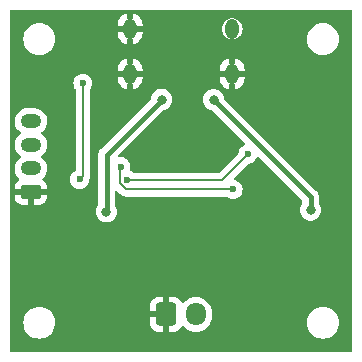
<source format=gbr>
%TF.GenerationSoftware,KiCad,Pcbnew,7.0.11-2.fc38*%
%TF.CreationDate,2024-03-11T20:51:48+00:00*%
%TF.ProjectId,tonie-charger-pd,746f6e69-652d-4636-9861-726765722d70,rev?*%
%TF.SameCoordinates,Original*%
%TF.FileFunction,Copper,L2,Bot*%
%TF.FilePolarity,Positive*%
%FSLAX46Y46*%
G04 Gerber Fmt 4.6, Leading zero omitted, Abs format (unit mm)*
G04 Created by KiCad (PCBNEW 7.0.11-2.fc38) date 2024-03-11 20:51:48*
%MOMM*%
%LPD*%
G01*
G04 APERTURE LIST*
G04 Aperture macros list*
%AMRoundRect*
0 Rectangle with rounded corners*
0 $1 Rounding radius*
0 $2 $3 $4 $5 $6 $7 $8 $9 X,Y pos of 4 corners*
0 Add a 4 corners polygon primitive as box body*
4,1,4,$2,$3,$4,$5,$6,$7,$8,$9,$2,$3,0*
0 Add four circle primitives for the rounded corners*
1,1,$1+$1,$2,$3*
1,1,$1+$1,$4,$5*
1,1,$1+$1,$6,$7*
1,1,$1+$1,$8,$9*
0 Add four rect primitives between the rounded corners*
20,1,$1+$1,$2,$3,$4,$5,0*
20,1,$1+$1,$4,$5,$6,$7,0*
20,1,$1+$1,$6,$7,$8,$9,0*
20,1,$1+$1,$8,$9,$2,$3,0*%
G04 Aperture macros list end*
%TA.AperFunction,ComponentPad*%
%ADD10O,1.117600X1.701800*%
%TD*%
%TA.AperFunction,ComponentPad*%
%ADD11C,0.762000*%
%TD*%
%TA.AperFunction,ComponentPad*%
%ADD12RoundRect,0.250000X-0.600000X-0.725000X0.600000X-0.725000X0.600000X0.725000X-0.600000X0.725000X0*%
%TD*%
%TA.AperFunction,ComponentPad*%
%ADD13O,1.700000X1.950000*%
%TD*%
%TA.AperFunction,ComponentPad*%
%ADD14RoundRect,0.250000X0.625000X-0.350000X0.625000X0.350000X-0.625000X0.350000X-0.625000X-0.350000X0*%
%TD*%
%TA.AperFunction,ComponentPad*%
%ADD15O,1.750000X1.200000*%
%TD*%
%TA.AperFunction,ViaPad*%
%ADD16C,0.600000*%
%TD*%
%TA.AperFunction,ViaPad*%
%ADD17C,0.800000*%
%TD*%
%TA.AperFunction,Conductor*%
%ADD18C,0.400000*%
%TD*%
%TA.AperFunction,Conductor*%
%ADD19C,0.200000*%
%TD*%
G04 APERTURE END LIST*
D10*
%TO.P,J1,10,PAD*%
%TO.N,GND*%
X110679998Y-102119994D03*
%TO.P,J1,9,PAD*%
X110679998Y-105920000D03*
%TO.P,J1,7,PAD*%
X119320002Y-105920000D03*
%TO.P,J1,8,PAD*%
%TO.N,unconnected-(J1-PAD-Pad8)*%
X119320002Y-102119994D03*
D11*
%TO.P,J1,13*%
%TO.N,N/C*%
X119320002Y-102119994D03*
%TD*%
D12*
%TO.P,J3,1,Pin_1*%
%TO.N,GND*%
X113750000Y-126290000D03*
D13*
%TO.P,J3,2,Pin_2*%
%TO.N,/VSINK*%
X116250000Y-126290000D03*
%TD*%
D14*
%TO.P,J2,1,Pin_1*%
%TO.N,GND*%
X102290000Y-115940000D03*
D15*
%TO.P,J2,2,Pin_2*%
%TO.N,VDD*%
X102290000Y-113940000D03*
%TO.P,J2,3,Pin_3*%
%TO.N,/SDA*%
X102290000Y-111940000D03*
%TO.P,J2,4,Pin_4*%
%TO.N,/SCL*%
X102290000Y-109940000D03*
%TD*%
D16*
%TO.N,GND*%
X110440000Y-117000000D03*
X105400000Y-121220000D03*
X104530000Y-121220000D03*
X103630000Y-121220000D03*
D17*
%TO.N,VBUS*%
X125960000Y-117470000D03*
D16*
%TO.N,Net-(IC1-DISCH)*%
X109910000Y-113800000D03*
X119410000Y-115720000D03*
%TO.N,GND*%
X110790000Y-113130000D03*
X111610000Y-113900000D03*
X111650000Y-112310000D03*
D17*
%TO.N,VBUS*%
X108670000Y-117610000D03*
X113360000Y-108110000D03*
D16*
%TO.N,GND*%
X124120000Y-107320000D03*
%TO.N,VDD*%
X110390000Y-114900000D03*
X106410000Y-114870000D03*
X106690000Y-106740000D03*
D17*
%TO.N,VBUS*%
X117750000Y-108120000D03*
D16*
%TO.N,VDD*%
X120650000Y-112730000D03*
%TD*%
D18*
%TO.N,VBUS*%
X125960000Y-117470000D02*
X125960000Y-116330000D01*
X125960000Y-116330000D02*
X117750000Y-108120000D01*
D19*
%TO.N,Net-(IC1-DISCH)*%
X109910000Y-113800000D02*
X109790000Y-113920000D01*
X109790000Y-113920000D02*
X109790000Y-115180000D01*
X110330000Y-115720000D02*
X119410000Y-115720000D01*
X109790000Y-115180000D02*
X110330000Y-115720000D01*
%TO.N,VDD*%
X110390000Y-114900000D02*
X118480000Y-114900000D01*
X118480000Y-114900000D02*
X120650000Y-112730000D01*
D18*
%TO.N,VBUS*%
X108700000Y-117640000D02*
X108700000Y-117720000D01*
X108670000Y-117610000D02*
X108700000Y-117640000D01*
X108700000Y-117580000D02*
X108670000Y-117610000D01*
X108700000Y-112770000D02*
X108700000Y-117580000D01*
X113360000Y-108110000D02*
X108700000Y-112770000D01*
D19*
%TO.N,VDD*%
X106690000Y-106740000D02*
X106690000Y-114590000D01*
X106690000Y-114590000D02*
X106410000Y-114870000D01*
%TD*%
%TA.AperFunction,Conductor*%
%TO.N,GND*%
G36*
X129442539Y-100520185D02*
G01*
X129488294Y-100572989D01*
X129499500Y-100624500D01*
X129499500Y-129375500D01*
X129479815Y-129442539D01*
X129427011Y-129488294D01*
X129375500Y-129499500D01*
X100624500Y-129499500D01*
X100557461Y-129479815D01*
X100511706Y-129427011D01*
X100500500Y-129375500D01*
X100500500Y-127000000D01*
X101644341Y-127000000D01*
X101664936Y-127235403D01*
X101664938Y-127235413D01*
X101726094Y-127463655D01*
X101726096Y-127463659D01*
X101726097Y-127463663D01*
X101735275Y-127483345D01*
X101825964Y-127677828D01*
X101825965Y-127677830D01*
X101961505Y-127871402D01*
X102128597Y-128038494D01*
X102322169Y-128174034D01*
X102322171Y-128174035D01*
X102536337Y-128273903D01*
X102764592Y-128335063D01*
X102941032Y-128350499D01*
X102941033Y-128350500D01*
X102941034Y-128350500D01*
X103058967Y-128350500D01*
X103058967Y-128350499D01*
X103235408Y-128335063D01*
X103463663Y-128273903D01*
X103677829Y-128174035D01*
X103871401Y-128038495D01*
X104038495Y-127871401D01*
X104174035Y-127677830D01*
X104273903Y-127463663D01*
X104335063Y-127235408D01*
X104355659Y-127000000D01*
X104335063Y-126764592D01*
X104288626Y-126591285D01*
X104273905Y-126536344D01*
X104273904Y-126536343D01*
X104273903Y-126536337D01*
X104174035Y-126322171D01*
X104174034Y-126322169D01*
X104038494Y-126128597D01*
X103949897Y-126040000D01*
X112400000Y-126040000D01*
X113346031Y-126040000D01*
X113313481Y-126090649D01*
X113275000Y-126221705D01*
X113275000Y-126358295D01*
X113313481Y-126489351D01*
X113346031Y-126540000D01*
X112400001Y-126540000D01*
X112400001Y-127064986D01*
X112410494Y-127167697D01*
X112465641Y-127334119D01*
X112465643Y-127334124D01*
X112557684Y-127483345D01*
X112681654Y-127607315D01*
X112830875Y-127699356D01*
X112830880Y-127699358D01*
X112997302Y-127754505D01*
X112997309Y-127754506D01*
X113100019Y-127764999D01*
X113499999Y-127764999D01*
X113500000Y-127764998D01*
X113500000Y-126698018D01*
X113614801Y-126750446D01*
X113716025Y-126765000D01*
X113783975Y-126765000D01*
X113885199Y-126750446D01*
X114000000Y-126698018D01*
X114000000Y-127764999D01*
X114399972Y-127764999D01*
X114399986Y-127764998D01*
X114502697Y-127754505D01*
X114669119Y-127699358D01*
X114669124Y-127699356D01*
X114818345Y-127607315D01*
X114942315Y-127483345D01*
X115037815Y-127328516D01*
X115089763Y-127281792D01*
X115158726Y-127270569D01*
X115222808Y-127298413D01*
X115231035Y-127305931D01*
X115378599Y-127453495D01*
X115378602Y-127453497D01*
X115378603Y-127453498D01*
X115572165Y-127589032D01*
X115572167Y-127589033D01*
X115572170Y-127589035D01*
X115786337Y-127688903D01*
X115786343Y-127688904D01*
X115786344Y-127688905D01*
X115825356Y-127699358D01*
X116014592Y-127750063D01*
X116202918Y-127766539D01*
X116249999Y-127770659D01*
X116250000Y-127770659D01*
X116250001Y-127770659D01*
X116289234Y-127767226D01*
X116485408Y-127750063D01*
X116713663Y-127688903D01*
X116927829Y-127589035D01*
X117121401Y-127453495D01*
X117288495Y-127286401D01*
X117424035Y-127092829D01*
X117467322Y-127000000D01*
X125644341Y-127000000D01*
X125664936Y-127235403D01*
X125664938Y-127235413D01*
X125726094Y-127463655D01*
X125726096Y-127463659D01*
X125726097Y-127463663D01*
X125735275Y-127483345D01*
X125825964Y-127677828D01*
X125825965Y-127677830D01*
X125961505Y-127871402D01*
X126128597Y-128038494D01*
X126322169Y-128174034D01*
X126322171Y-128174035D01*
X126536337Y-128273903D01*
X126764592Y-128335063D01*
X126941032Y-128350499D01*
X126941033Y-128350500D01*
X126941034Y-128350500D01*
X127058967Y-128350500D01*
X127058967Y-128350499D01*
X127235408Y-128335063D01*
X127463663Y-128273903D01*
X127677829Y-128174035D01*
X127871401Y-128038495D01*
X128038495Y-127871401D01*
X128174035Y-127677830D01*
X128273903Y-127463663D01*
X128335063Y-127235408D01*
X128355659Y-127000000D01*
X128335063Y-126764592D01*
X128288626Y-126591285D01*
X128273905Y-126536344D01*
X128273904Y-126536343D01*
X128273903Y-126536337D01*
X128174035Y-126322171D01*
X128174034Y-126322169D01*
X128038494Y-126128597D01*
X127871402Y-125961505D01*
X127677830Y-125825965D01*
X127677828Y-125825964D01*
X127570746Y-125776031D01*
X127463663Y-125726097D01*
X127463659Y-125726096D01*
X127463655Y-125726094D01*
X127235413Y-125664938D01*
X127235403Y-125664936D01*
X127058967Y-125649500D01*
X127058966Y-125649500D01*
X126941034Y-125649500D01*
X126941033Y-125649500D01*
X126764596Y-125664936D01*
X126764586Y-125664938D01*
X126536344Y-125726094D01*
X126536335Y-125726098D01*
X126322171Y-125825964D01*
X126322169Y-125825965D01*
X126128597Y-125961505D01*
X125961506Y-126128597D01*
X125961501Y-126128604D01*
X125825967Y-126322165D01*
X125825965Y-126322169D01*
X125726098Y-126536335D01*
X125726094Y-126536344D01*
X125664938Y-126764586D01*
X125664936Y-126764596D01*
X125644341Y-126999999D01*
X125644341Y-127000000D01*
X117467322Y-127000000D01*
X117523903Y-126878663D01*
X117585063Y-126650408D01*
X117600500Y-126473966D01*
X117600500Y-126106034D01*
X117585063Y-125929592D01*
X117523903Y-125701337D01*
X117424035Y-125487171D01*
X117371617Y-125412309D01*
X117288494Y-125293597D01*
X117121402Y-125126506D01*
X117121395Y-125126501D01*
X116927834Y-124990967D01*
X116927830Y-124990965D01*
X116888626Y-124972684D01*
X116713663Y-124891097D01*
X116713659Y-124891096D01*
X116713655Y-124891094D01*
X116485413Y-124829938D01*
X116485403Y-124829936D01*
X116250001Y-124809341D01*
X116249999Y-124809341D01*
X116014596Y-124829936D01*
X116014586Y-124829938D01*
X115786344Y-124891094D01*
X115786335Y-124891098D01*
X115572171Y-124990964D01*
X115572169Y-124990965D01*
X115378597Y-125126505D01*
X115231035Y-125274068D01*
X115169712Y-125307553D01*
X115100020Y-125302569D01*
X115044087Y-125260697D01*
X115037815Y-125251484D01*
X114942315Y-125096654D01*
X114818345Y-124972684D01*
X114669124Y-124880643D01*
X114669119Y-124880641D01*
X114502697Y-124825494D01*
X114502690Y-124825493D01*
X114399986Y-124815000D01*
X114000000Y-124815000D01*
X114000000Y-125881981D01*
X113885199Y-125829554D01*
X113783975Y-125815000D01*
X113716025Y-125815000D01*
X113614801Y-125829554D01*
X113500000Y-125881981D01*
X113500000Y-124815000D01*
X113100028Y-124815000D01*
X113100012Y-124815001D01*
X112997302Y-124825494D01*
X112830880Y-124880641D01*
X112830875Y-124880643D01*
X112681654Y-124972684D01*
X112557684Y-125096654D01*
X112465643Y-125245875D01*
X112465641Y-125245880D01*
X112410494Y-125412302D01*
X112410493Y-125412309D01*
X112400000Y-125515013D01*
X112400000Y-126040000D01*
X103949897Y-126040000D01*
X103871402Y-125961505D01*
X103677830Y-125825965D01*
X103677828Y-125825964D01*
X103570746Y-125776031D01*
X103463663Y-125726097D01*
X103463659Y-125726096D01*
X103463655Y-125726094D01*
X103235413Y-125664938D01*
X103235403Y-125664936D01*
X103058967Y-125649500D01*
X103058966Y-125649500D01*
X102941034Y-125649500D01*
X102941033Y-125649500D01*
X102764596Y-125664936D01*
X102764586Y-125664938D01*
X102536344Y-125726094D01*
X102536335Y-125726098D01*
X102322171Y-125825964D01*
X102322169Y-125825965D01*
X102128597Y-125961505D01*
X101961506Y-126128597D01*
X101961501Y-126128604D01*
X101825967Y-126322165D01*
X101825965Y-126322169D01*
X101726098Y-126536335D01*
X101726094Y-126536344D01*
X101664938Y-126764586D01*
X101664936Y-126764596D01*
X101644341Y-126999999D01*
X101644341Y-127000000D01*
X100500500Y-127000000D01*
X100500500Y-117610000D01*
X107764540Y-117610000D01*
X107784326Y-117798256D01*
X107784327Y-117798259D01*
X107842818Y-117978277D01*
X107842821Y-117978284D01*
X107937467Y-118142216D01*
X108038251Y-118254148D01*
X108064129Y-118282888D01*
X108217265Y-118394148D01*
X108217270Y-118394151D01*
X108390192Y-118471142D01*
X108390197Y-118471144D01*
X108575354Y-118510500D01*
X108575355Y-118510500D01*
X108764644Y-118510500D01*
X108764646Y-118510500D01*
X108949803Y-118471144D01*
X109122730Y-118394151D01*
X109275871Y-118282888D01*
X109402533Y-118142216D01*
X109497179Y-117978284D01*
X109555674Y-117798256D01*
X109575460Y-117610000D01*
X109555674Y-117421744D01*
X109497179Y-117241716D01*
X109417113Y-117103037D01*
X109400500Y-117041037D01*
X109400500Y-115939097D01*
X109420185Y-115872058D01*
X109472989Y-115826303D01*
X109542147Y-115816359D01*
X109605703Y-115845384D01*
X109612181Y-115851416D01*
X109871799Y-116111034D01*
X109882493Y-116123228D01*
X109901718Y-116148282D01*
X109998131Y-116222262D01*
X110027159Y-116244536D01*
X110027162Y-116244537D01*
X110027163Y-116244538D01*
X110099168Y-116274363D01*
X110173238Y-116305044D01*
X110248862Y-116315000D01*
X110329999Y-116325682D01*
X110330000Y-116325682D01*
X110361302Y-116321560D01*
X110377487Y-116320500D01*
X118827588Y-116320500D01*
X118894627Y-116340185D01*
X118904903Y-116347555D01*
X118907736Y-116349814D01*
X118907738Y-116349816D01*
X119060478Y-116445789D01*
X119230745Y-116505368D01*
X119230750Y-116505369D01*
X119409996Y-116525565D01*
X119410000Y-116525565D01*
X119410004Y-116525565D01*
X119589249Y-116505369D01*
X119589252Y-116505368D01*
X119589255Y-116505368D01*
X119759522Y-116445789D01*
X119912262Y-116349816D01*
X120039816Y-116222262D01*
X120135789Y-116069522D01*
X120195368Y-115899255D01*
X120195369Y-115899249D01*
X120215565Y-115720003D01*
X120215565Y-115719996D01*
X120195369Y-115540750D01*
X120195368Y-115540745D01*
X120135788Y-115370476D01*
X120073204Y-115270875D01*
X120039816Y-115217738D01*
X119912262Y-115090184D01*
X119847124Y-115049255D01*
X119759523Y-114994211D01*
X119589252Y-114934631D01*
X119580306Y-114933623D01*
X119515892Y-114906555D01*
X119476339Y-114848959D01*
X119474202Y-114779122D01*
X119506509Y-114722724D01*
X120668535Y-113560698D01*
X120729856Y-113527215D01*
X120742311Y-113525163D01*
X120829255Y-113515368D01*
X120999522Y-113455789D01*
X121152262Y-113359816D01*
X121279816Y-113232262D01*
X121375789Y-113079522D01*
X121399539Y-113011645D01*
X121440260Y-112954870D01*
X121505212Y-112929122D01*
X121573774Y-112942577D01*
X121604262Y-112964919D01*
X125223181Y-116583838D01*
X125256666Y-116645161D01*
X125259500Y-116671519D01*
X125259500Y-116854608D01*
X125239815Y-116921647D01*
X125227656Y-116937574D01*
X125227468Y-116937782D01*
X125227464Y-116937787D01*
X125132821Y-117101715D01*
X125132818Y-117101722D01*
X125087330Y-117241722D01*
X125074326Y-117281744D01*
X125054540Y-117470000D01*
X125074326Y-117658256D01*
X125074327Y-117658259D01*
X125132818Y-117838277D01*
X125132821Y-117838284D01*
X125227467Y-118002216D01*
X125353522Y-118142214D01*
X125354129Y-118142888D01*
X125507265Y-118254148D01*
X125507270Y-118254151D01*
X125680192Y-118331142D01*
X125680197Y-118331144D01*
X125865354Y-118370500D01*
X125865355Y-118370500D01*
X126054644Y-118370500D01*
X126054646Y-118370500D01*
X126239803Y-118331144D01*
X126412730Y-118254151D01*
X126565871Y-118142888D01*
X126692533Y-118002216D01*
X126787179Y-117838284D01*
X126845674Y-117658256D01*
X126865460Y-117470000D01*
X126845674Y-117281744D01*
X126787179Y-117101716D01*
X126692533Y-116937784D01*
X126692344Y-116937574D01*
X126692273Y-116937427D01*
X126688714Y-116932528D01*
X126689610Y-116931876D01*
X126662119Y-116874580D01*
X126660500Y-116854608D01*
X126660500Y-116354908D01*
X126660726Y-116347421D01*
X126664357Y-116287394D01*
X126664356Y-116287391D01*
X126653516Y-116228235D01*
X126652389Y-116220830D01*
X126645140Y-116161129D01*
X126645139Y-116161125D01*
X126641546Y-116151651D01*
X126635519Y-116130029D01*
X126633694Y-116120070D01*
X126633694Y-116120068D01*
X126609012Y-116065228D01*
X126606151Y-116058322D01*
X126584818Y-116002070D01*
X126579059Y-115993727D01*
X126568030Y-115974172D01*
X126566780Y-115971395D01*
X126563877Y-115964943D01*
X126563874Y-115964938D01*
X126526788Y-115917601D01*
X126522349Y-115911569D01*
X126513845Y-115899249D01*
X126488183Y-115862071D01*
X126443153Y-115822178D01*
X126437715Y-115817058D01*
X118676503Y-108055846D01*
X118643018Y-107994523D01*
X118640865Y-107981143D01*
X118635674Y-107931744D01*
X118632423Y-107921740D01*
X118577181Y-107751722D01*
X118577180Y-107751721D01*
X118577179Y-107751716D01*
X118482533Y-107587784D01*
X118355871Y-107447112D01*
X118355870Y-107447111D01*
X118202734Y-107335851D01*
X118202729Y-107335848D01*
X118029807Y-107258857D01*
X118029802Y-107258855D01*
X117884001Y-107227865D01*
X117844646Y-107219500D01*
X117655354Y-107219500D01*
X117622897Y-107226398D01*
X117470197Y-107258855D01*
X117470192Y-107258857D01*
X117297270Y-107335848D01*
X117297265Y-107335851D01*
X117144129Y-107447111D01*
X117017466Y-107587785D01*
X116922821Y-107751715D01*
X116922818Y-107751722D01*
X116867575Y-107921744D01*
X116864326Y-107931744D01*
X116844540Y-108120000D01*
X116864326Y-108308256D01*
X116864327Y-108308259D01*
X116922818Y-108488277D01*
X116922821Y-108488284D01*
X117017467Y-108652216D01*
X117135125Y-108782888D01*
X117144129Y-108792888D01*
X117297265Y-108904148D01*
X117297270Y-108904151D01*
X117470191Y-108981142D01*
X117470193Y-108981142D01*
X117470197Y-108981144D01*
X117625130Y-109014075D01*
X117686607Y-109047266D01*
X117687026Y-109047683D01*
X120415080Y-111775737D01*
X120448565Y-111837060D01*
X120443581Y-111906752D01*
X120401709Y-111962685D01*
X120368354Y-111980459D01*
X120300480Y-112004209D01*
X120147737Y-112100184D01*
X120020184Y-112227737D01*
X119924210Y-112380478D01*
X119864630Y-112550750D01*
X119854837Y-112637668D01*
X119827770Y-112702082D01*
X119819298Y-112711465D01*
X118267584Y-114263181D01*
X118206261Y-114296666D01*
X118179903Y-114299500D01*
X110972412Y-114299500D01*
X110905373Y-114279815D01*
X110895097Y-114272445D01*
X110892263Y-114270185D01*
X110892262Y-114270184D01*
X110739522Y-114174211D01*
X110733626Y-114170506D01*
X110734893Y-114168488D01*
X110691324Y-114129140D01*
X110673021Y-114061711D01*
X110679952Y-114023308D01*
X110695368Y-113979255D01*
X110695369Y-113979248D01*
X110715565Y-113800003D01*
X110715565Y-113799996D01*
X110695369Y-113620750D01*
X110695368Y-113620745D01*
X110674357Y-113560700D01*
X110635789Y-113450478D01*
X110539816Y-113297738D01*
X110412262Y-113170184D01*
X110364078Y-113139908D01*
X110259523Y-113074211D01*
X110089254Y-113014631D01*
X110089249Y-113014630D01*
X109910004Y-112994435D01*
X109909996Y-112994435D01*
X109762013Y-113011108D01*
X109693191Y-112999053D01*
X109641812Y-112951704D01*
X109624188Y-112884094D01*
X109645915Y-112817688D01*
X109660444Y-112800212D01*
X113422975Y-109037681D01*
X113484296Y-109004198D01*
X113484362Y-109004183D01*
X113639803Y-108971144D01*
X113639807Y-108971142D01*
X113639808Y-108971142D01*
X113698058Y-108945206D01*
X113812730Y-108894151D01*
X113965871Y-108782888D01*
X114092533Y-108642216D01*
X114187179Y-108478284D01*
X114245674Y-108298256D01*
X114265460Y-108110000D01*
X114245674Y-107921744D01*
X114187179Y-107741716D01*
X114092533Y-107577784D01*
X113965871Y-107437112D01*
X113965870Y-107437111D01*
X113812734Y-107325851D01*
X113812729Y-107325848D01*
X113639807Y-107248857D01*
X113639802Y-107248855D01*
X113494001Y-107217865D01*
X113454646Y-107209500D01*
X113265354Y-107209500D01*
X113232897Y-107216398D01*
X113080197Y-107248855D01*
X113080192Y-107248857D01*
X112907270Y-107325848D01*
X112907265Y-107325851D01*
X112754129Y-107437111D01*
X112627466Y-107577785D01*
X112532821Y-107741715D01*
X112532818Y-107741722D01*
X112474327Y-107921739D01*
X112474325Y-107921750D01*
X112469134Y-107971129D01*
X112442549Y-108035743D01*
X112433495Y-108045846D01*
X108222290Y-112257051D01*
X108216838Y-112262183D01*
X108171819Y-112302068D01*
X108137649Y-112351569D01*
X108133213Y-112357597D01*
X108096124Y-112404938D01*
X108096119Y-112404948D01*
X108091960Y-112414188D01*
X108080942Y-112433723D01*
X108075187Y-112442061D01*
X108075179Y-112442076D01*
X108053853Y-112498305D01*
X108050989Y-112505220D01*
X108026305Y-112560068D01*
X108024477Y-112570042D01*
X108018453Y-112591653D01*
X108014860Y-112601127D01*
X108014860Y-112601128D01*
X108007610Y-112660827D01*
X108006483Y-112668227D01*
X107995642Y-112727389D01*
X107995642Y-112727395D01*
X107999274Y-112787432D01*
X107999500Y-112794920D01*
X107999500Y-116961289D01*
X107979815Y-117028328D01*
X107967650Y-117044261D01*
X107937470Y-117077778D01*
X107937465Y-117077785D01*
X107842821Y-117241715D01*
X107842818Y-117241722D01*
X107784327Y-117421740D01*
X107784326Y-117421744D01*
X107764540Y-117610000D01*
X100500500Y-117610000D01*
X100500500Y-113887401D01*
X100910746Y-113887401D01*
X100920745Y-114097327D01*
X100970296Y-114301578D01*
X100970298Y-114301582D01*
X101057598Y-114492743D01*
X101057601Y-114492748D01*
X101057602Y-114492750D01*
X101057604Y-114492753D01*
X101154882Y-114629361D01*
X101179515Y-114663953D01*
X101282456Y-114762107D01*
X101317391Y-114822616D01*
X101314066Y-114892406D01*
X101273538Y-114949321D01*
X101261983Y-114957388D01*
X101196659Y-114997680D01*
X101196655Y-114997683D01*
X101072684Y-115121654D01*
X100980643Y-115270875D01*
X100980641Y-115270880D01*
X100925494Y-115437302D01*
X100925493Y-115437309D01*
X100915000Y-115540013D01*
X100915000Y-115690000D01*
X102010440Y-115690000D01*
X101971722Y-115732059D01*
X101921449Y-115846670D01*
X101911114Y-115971395D01*
X101941837Y-116092719D01*
X102005394Y-116190000D01*
X100915001Y-116190000D01*
X100915001Y-116339986D01*
X100925494Y-116442697D01*
X100980641Y-116609119D01*
X100980643Y-116609124D01*
X101072684Y-116758345D01*
X101196654Y-116882315D01*
X101345875Y-116974356D01*
X101345880Y-116974358D01*
X101512302Y-117029505D01*
X101512309Y-117029506D01*
X101615019Y-117039999D01*
X102039999Y-117039999D01*
X102040000Y-117039998D01*
X102040000Y-116220617D01*
X102109052Y-116274363D01*
X102227424Y-116315000D01*
X102321073Y-116315000D01*
X102413446Y-116299586D01*
X102523514Y-116240019D01*
X102540000Y-116222110D01*
X102540000Y-117039999D01*
X102964972Y-117039999D01*
X102964986Y-117039998D01*
X103067697Y-117029505D01*
X103234119Y-116974358D01*
X103234124Y-116974356D01*
X103383345Y-116882315D01*
X103507315Y-116758345D01*
X103599356Y-116609124D01*
X103599358Y-116609119D01*
X103654505Y-116442697D01*
X103654506Y-116442690D01*
X103664999Y-116339986D01*
X103665000Y-116339973D01*
X103665000Y-116190000D01*
X102569560Y-116190000D01*
X102608278Y-116147941D01*
X102658551Y-116033330D01*
X102668886Y-115908605D01*
X102638163Y-115787281D01*
X102574606Y-115690000D01*
X103664999Y-115690000D01*
X103664999Y-115540028D01*
X103664998Y-115540013D01*
X103654505Y-115437302D01*
X103599358Y-115270880D01*
X103599356Y-115270875D01*
X103507315Y-115121654D01*
X103383344Y-114997683D01*
X103383340Y-114997680D01*
X103319841Y-114958513D01*
X103273116Y-114906565D01*
X103267167Y-114870003D01*
X105604435Y-114870003D01*
X105624630Y-115049249D01*
X105624631Y-115049254D01*
X105684211Y-115219523D01*
X105716478Y-115270875D01*
X105780184Y-115372262D01*
X105907738Y-115499816D01*
X106060478Y-115595789D01*
X106230745Y-115655368D01*
X106230750Y-115655369D01*
X106409996Y-115675565D01*
X106410000Y-115675565D01*
X106410004Y-115675565D01*
X106589249Y-115655369D01*
X106589252Y-115655368D01*
X106589255Y-115655368D01*
X106759522Y-115595789D01*
X106912262Y-115499816D01*
X107039816Y-115372262D01*
X107135789Y-115219522D01*
X107195368Y-115049255D01*
X107210454Y-114915352D01*
X107219110Y-114881797D01*
X107275044Y-114746762D01*
X107290500Y-114629361D01*
X107295682Y-114590000D01*
X107294530Y-114581253D01*
X107291561Y-114558697D01*
X107290500Y-114542512D01*
X107290500Y-107322412D01*
X107310185Y-107255373D01*
X107317555Y-107245097D01*
X107319810Y-107242267D01*
X107319816Y-107242262D01*
X107415789Y-107089522D01*
X107475368Y-106919255D01*
X107475369Y-106919249D01*
X107495565Y-106740003D01*
X107495565Y-106739996D01*
X107475369Y-106560750D01*
X107475368Y-106560745D01*
X107415788Y-106390476D01*
X107336387Y-106264111D01*
X109621198Y-106264111D01*
X109636517Y-106419659D01*
X109697062Y-106619250D01*
X109795374Y-106803178D01*
X109795378Y-106803185D01*
X109927690Y-106964407D01*
X110088912Y-107096719D01*
X110088919Y-107096723D01*
X110272844Y-107195033D01*
X110272847Y-107195034D01*
X110429998Y-107242705D01*
X110429998Y-106882250D01*
X110449683Y-106815211D01*
X110502487Y-106769456D01*
X110571645Y-106759512D01*
X110587445Y-106762846D01*
X110603674Y-106767394D01*
X110603676Y-106767394D01*
X110717983Y-106767394D01*
X110789113Y-106757617D01*
X110858208Y-106767989D01*
X110910727Y-106814071D01*
X110929998Y-106880462D01*
X110929998Y-107242705D01*
X111087148Y-107195034D01*
X111087151Y-107195033D01*
X111271076Y-107096723D01*
X111271083Y-107096719D01*
X111432305Y-106964407D01*
X111564617Y-106803185D01*
X111564621Y-106803178D01*
X111662933Y-106619250D01*
X111723478Y-106419659D01*
X111738798Y-106264111D01*
X118261202Y-106264111D01*
X118276521Y-106419659D01*
X118337066Y-106619250D01*
X118435378Y-106803178D01*
X118435382Y-106803185D01*
X118567694Y-106964407D01*
X118728916Y-107096719D01*
X118728923Y-107096723D01*
X118912848Y-107195033D01*
X118912851Y-107195034D01*
X119070002Y-107242705D01*
X119070002Y-106882250D01*
X119089687Y-106815211D01*
X119142491Y-106769456D01*
X119211649Y-106759512D01*
X119227449Y-106762846D01*
X119243678Y-106767394D01*
X119243680Y-106767394D01*
X119357987Y-106767394D01*
X119429117Y-106757617D01*
X119498212Y-106767989D01*
X119550731Y-106814071D01*
X119570002Y-106880462D01*
X119570002Y-107242705D01*
X119727152Y-107195034D01*
X119727155Y-107195033D01*
X119911080Y-107096723D01*
X119911087Y-107096719D01*
X120072309Y-106964407D01*
X120204621Y-106803185D01*
X120204625Y-106803178D01*
X120302937Y-106619250D01*
X120363482Y-106419659D01*
X120378802Y-106264111D01*
X120378802Y-106170000D01*
X119979299Y-106170000D01*
X119912260Y-106150315D01*
X119866505Y-106097511D01*
X119857893Y-106071232D01*
X119848159Y-106024387D01*
X119848156Y-106024382D01*
X119848156Y-106024380D01*
X119834404Y-105997840D01*
X119820502Y-105940793D01*
X119820502Y-105899208D01*
X119827662Y-105857682D01*
X119865054Y-105752474D01*
X119906053Y-105695898D01*
X119971130Y-105670468D01*
X119981894Y-105670000D01*
X120378802Y-105670000D01*
X120378802Y-105575888D01*
X120363482Y-105420340D01*
X120302937Y-105220749D01*
X120204625Y-105036821D01*
X120204621Y-105036814D01*
X120072309Y-104875592D01*
X119911087Y-104743280D01*
X119911080Y-104743276D01*
X119727154Y-104644965D01*
X119570002Y-104597293D01*
X119570002Y-104957737D01*
X119550317Y-105024776D01*
X119497513Y-105070531D01*
X119428355Y-105080475D01*
X119412549Y-105077139D01*
X119396328Y-105072594D01*
X119396326Y-105072594D01*
X119282017Y-105072594D01*
X119282015Y-105072594D01*
X119210886Y-105082370D01*
X119141791Y-105071997D01*
X119089272Y-105025915D01*
X119070002Y-104959525D01*
X119070002Y-104597293D01*
X119070001Y-104597293D01*
X118912849Y-104644965D01*
X118728923Y-104743276D01*
X118728916Y-104743280D01*
X118567694Y-104875592D01*
X118435382Y-105036814D01*
X118435378Y-105036821D01*
X118337066Y-105220749D01*
X118276521Y-105420340D01*
X118261202Y-105575888D01*
X118261202Y-105670000D01*
X118660707Y-105670000D01*
X118727746Y-105689685D01*
X118773501Y-105742489D01*
X118782113Y-105768771D01*
X118791843Y-105815594D01*
X118791847Y-105815607D01*
X118805599Y-105842146D01*
X118819502Y-105899195D01*
X118819502Y-105940779D01*
X118812342Y-105982303D01*
X118795721Y-106029069D01*
X118774946Y-106087526D01*
X118733948Y-106144102D01*
X118668870Y-106169532D01*
X118658106Y-106170000D01*
X118261202Y-106170000D01*
X118261202Y-106264111D01*
X111738798Y-106264111D01*
X111738798Y-106170000D01*
X111339295Y-106170000D01*
X111272256Y-106150315D01*
X111226501Y-106097511D01*
X111217889Y-106071232D01*
X111208155Y-106024387D01*
X111208152Y-106024382D01*
X111208152Y-106024380D01*
X111194400Y-105997840D01*
X111180498Y-105940793D01*
X111180498Y-105899208D01*
X111187658Y-105857682D01*
X111225050Y-105752474D01*
X111266049Y-105695898D01*
X111331126Y-105670468D01*
X111341890Y-105670000D01*
X111738798Y-105670000D01*
X111738798Y-105575888D01*
X111723478Y-105420340D01*
X111662933Y-105220749D01*
X111564621Y-105036821D01*
X111564617Y-105036814D01*
X111432305Y-104875592D01*
X111271083Y-104743280D01*
X111271076Y-104743276D01*
X111087150Y-104644965D01*
X110929998Y-104597293D01*
X110929998Y-104957737D01*
X110910313Y-105024776D01*
X110857509Y-105070531D01*
X110788351Y-105080475D01*
X110772545Y-105077139D01*
X110756324Y-105072594D01*
X110756322Y-105072594D01*
X110642013Y-105072594D01*
X110642011Y-105072594D01*
X110570882Y-105082370D01*
X110501787Y-105071997D01*
X110449268Y-105025915D01*
X110429998Y-104959525D01*
X110429998Y-104597293D01*
X110429997Y-104597293D01*
X110272845Y-104644965D01*
X110088919Y-104743276D01*
X110088912Y-104743280D01*
X109927690Y-104875592D01*
X109795378Y-105036814D01*
X109795374Y-105036821D01*
X109697062Y-105220749D01*
X109636517Y-105420340D01*
X109621198Y-105575888D01*
X109621198Y-105670000D01*
X110020703Y-105670000D01*
X110087742Y-105689685D01*
X110133497Y-105742489D01*
X110142109Y-105768771D01*
X110151839Y-105815594D01*
X110151843Y-105815607D01*
X110165595Y-105842146D01*
X110179498Y-105899195D01*
X110179498Y-105940779D01*
X110172338Y-105982303D01*
X110155717Y-106029069D01*
X110134942Y-106087526D01*
X110093944Y-106144102D01*
X110028866Y-106169532D01*
X110018102Y-106170000D01*
X109621198Y-106170000D01*
X109621198Y-106264111D01*
X107336387Y-106264111D01*
X107319816Y-106237738D01*
X107192262Y-106110184D01*
X107055719Y-106024388D01*
X107039523Y-106014211D01*
X106869254Y-105954631D01*
X106869249Y-105954630D01*
X106690004Y-105934435D01*
X106689996Y-105934435D01*
X106510750Y-105954630D01*
X106510745Y-105954631D01*
X106340476Y-106014211D01*
X106187737Y-106110184D01*
X106060184Y-106237737D01*
X105964211Y-106390476D01*
X105904631Y-106560745D01*
X105904630Y-106560750D01*
X105884435Y-106739996D01*
X105884435Y-106740003D01*
X105904630Y-106919249D01*
X105904631Y-106919254D01*
X105964211Y-107089523D01*
X106060185Y-107242263D01*
X106062445Y-107245097D01*
X106063334Y-107247275D01*
X106063889Y-107248158D01*
X106063734Y-107248255D01*
X106088855Y-107309783D01*
X106089500Y-107322412D01*
X106089500Y-114057443D01*
X106069815Y-114124482D01*
X106031472Y-114162436D01*
X105991145Y-114187775D01*
X105907737Y-114240184D01*
X105780184Y-114367737D01*
X105684211Y-114520476D01*
X105624631Y-114690745D01*
X105624630Y-114690750D01*
X105604435Y-114869996D01*
X105604435Y-114870003D01*
X103267167Y-114870003D01*
X103261895Y-114837603D01*
X103289738Y-114773521D01*
X103308289Y-114755503D01*
X103319406Y-114746761D01*
X103327886Y-114740092D01*
X103465519Y-114581256D01*
X103478544Y-114558697D01*
X103570601Y-114399249D01*
X103570600Y-114399249D01*
X103570604Y-114399244D01*
X103639344Y-114200633D01*
X103669254Y-113992602D01*
X103659254Y-113782670D01*
X103609704Y-113578424D01*
X103585379Y-113525160D01*
X103522401Y-113387256D01*
X103522398Y-113387251D01*
X103522397Y-113387250D01*
X103522396Y-113387247D01*
X103400486Y-113216048D01*
X103400484Y-113216046D01*
X103400479Y-113216040D01*
X103248379Y-113071014D01*
X103207057Y-113044458D01*
X103161302Y-112991654D01*
X103151359Y-112922496D01*
X103180384Y-112858940D01*
X103197445Y-112842673D01*
X103327883Y-112740094D01*
X103327886Y-112740092D01*
X103465519Y-112581256D01*
X103471994Y-112570042D01*
X103545878Y-112442070D01*
X103570604Y-112399244D01*
X103639344Y-112200633D01*
X103669254Y-111992602D01*
X103659254Y-111782670D01*
X103609704Y-111578424D01*
X103609701Y-111578417D01*
X103522401Y-111387256D01*
X103522398Y-111387251D01*
X103522397Y-111387250D01*
X103522396Y-111387247D01*
X103400486Y-111216048D01*
X103400484Y-111216046D01*
X103400479Y-111216040D01*
X103248379Y-111071014D01*
X103207057Y-111044458D01*
X103161302Y-110991654D01*
X103151359Y-110922496D01*
X103180384Y-110858940D01*
X103197445Y-110842673D01*
X103327883Y-110740094D01*
X103327886Y-110740092D01*
X103465519Y-110581256D01*
X103570604Y-110399244D01*
X103639344Y-110200633D01*
X103669254Y-109992602D01*
X103659254Y-109782670D01*
X103609704Y-109578424D01*
X103609701Y-109578417D01*
X103522401Y-109387256D01*
X103522398Y-109387251D01*
X103522397Y-109387250D01*
X103522396Y-109387247D01*
X103400486Y-109216048D01*
X103400484Y-109216046D01*
X103400479Y-109216040D01*
X103248379Y-109071014D01*
X103071574Y-108957388D01*
X102876455Y-108879274D01*
X102670086Y-108839500D01*
X102670085Y-108839500D01*
X101962575Y-108839500D01*
X101805782Y-108854472D01*
X101805778Y-108854473D01*
X101604127Y-108913683D01*
X101417313Y-109009991D01*
X101252116Y-109139905D01*
X101252112Y-109139909D01*
X101114478Y-109298746D01*
X101009398Y-109480750D01*
X100940656Y-109679365D01*
X100940656Y-109679367D01*
X100925804Y-109782670D01*
X100910746Y-109887401D01*
X100920745Y-110097327D01*
X100970296Y-110301578D01*
X100970298Y-110301582D01*
X101057598Y-110492743D01*
X101057601Y-110492748D01*
X101057602Y-110492750D01*
X101057604Y-110492753D01*
X101120627Y-110581256D01*
X101179515Y-110663953D01*
X101179520Y-110663959D01*
X101331619Y-110808984D01*
X101372941Y-110835540D01*
X101418696Y-110888344D01*
X101428640Y-110957503D01*
X101399615Y-111021059D01*
X101382555Y-111037326D01*
X101252112Y-111139909D01*
X101114478Y-111298746D01*
X101009398Y-111480750D01*
X100940656Y-111679365D01*
X100940656Y-111679367D01*
X100917984Y-111837060D01*
X100910746Y-111887401D01*
X100920745Y-112097327D01*
X100970296Y-112301578D01*
X100970298Y-112301582D01*
X101057598Y-112492743D01*
X101057601Y-112492748D01*
X101057602Y-112492750D01*
X101057604Y-112492753D01*
X101177289Y-112660827D01*
X101179515Y-112663953D01*
X101179520Y-112663959D01*
X101331619Y-112808984D01*
X101331621Y-112808985D01*
X101331622Y-112808986D01*
X101345162Y-112817688D01*
X101372941Y-112835540D01*
X101418696Y-112888344D01*
X101428640Y-112957503D01*
X101399615Y-113021059D01*
X101382555Y-113037326D01*
X101252112Y-113139909D01*
X101114478Y-113298746D01*
X101009398Y-113480750D01*
X100940656Y-113679365D01*
X100940656Y-113679367D01*
X100923312Y-113800003D01*
X100910746Y-113887401D01*
X100500500Y-113887401D01*
X100500500Y-103000000D01*
X101644341Y-103000000D01*
X101664936Y-103235403D01*
X101664938Y-103235413D01*
X101726094Y-103463655D01*
X101726096Y-103463659D01*
X101726097Y-103463663D01*
X101776031Y-103570746D01*
X101825964Y-103677828D01*
X101825965Y-103677830D01*
X101961505Y-103871402D01*
X102128597Y-104038494D01*
X102322169Y-104174034D01*
X102322171Y-104174035D01*
X102536337Y-104273903D01*
X102764592Y-104335063D01*
X102941032Y-104350499D01*
X102941033Y-104350500D01*
X102941034Y-104350500D01*
X103058967Y-104350500D01*
X103058967Y-104350499D01*
X103235408Y-104335063D01*
X103463663Y-104273903D01*
X103677829Y-104174035D01*
X103871401Y-104038495D01*
X104038495Y-103871401D01*
X104174035Y-103677830D01*
X104273903Y-103463663D01*
X104335063Y-103235408D01*
X104355659Y-103000000D01*
X104335063Y-102764592D01*
X104273903Y-102536337D01*
X104240220Y-102464105D01*
X109621198Y-102464105D01*
X109636517Y-102619653D01*
X109697062Y-102819244D01*
X109795374Y-103003172D01*
X109795378Y-103003179D01*
X109927690Y-103164401D01*
X110088912Y-103296713D01*
X110088919Y-103296717D01*
X110272844Y-103395027D01*
X110272847Y-103395028D01*
X110429998Y-103442699D01*
X110429998Y-103082250D01*
X110449683Y-103015211D01*
X110502487Y-102969456D01*
X110571645Y-102959512D01*
X110587445Y-102962846D01*
X110603674Y-102967394D01*
X110603676Y-102967394D01*
X110717983Y-102967394D01*
X110789113Y-102957617D01*
X110858208Y-102967989D01*
X110910727Y-103014071D01*
X110929998Y-103080462D01*
X110929998Y-103442699D01*
X111087148Y-103395028D01*
X111087151Y-103395027D01*
X111271076Y-103296717D01*
X111271083Y-103296713D01*
X111432305Y-103164401D01*
X111564617Y-103003179D01*
X111564621Y-103003172D01*
X111662933Y-102819244D01*
X111723478Y-102619653D01*
X111738798Y-102464105D01*
X111738798Y-102369994D01*
X111339294Y-102369994D01*
X111272255Y-102350309D01*
X111226500Y-102297505D01*
X111217887Y-102271222D01*
X111208155Y-102224387D01*
X111194400Y-102197840D01*
X111180498Y-102140793D01*
X111180498Y-102119994D01*
X118433646Y-102119994D01*
X118453015Y-102304280D01*
X118453016Y-102304282D01*
X118510276Y-102480508D01*
X118536619Y-102526135D01*
X118602925Y-102640981D01*
X118629027Y-102669970D01*
X118726908Y-102778680D01*
X118726911Y-102778682D01*
X118726914Y-102778685D01*
X118876824Y-102887601D01*
X119046097Y-102962967D01*
X119046100Y-102962967D01*
X119046103Y-102962969D01*
X119227353Y-103001494D01*
X119412651Y-103001494D01*
X119419680Y-103000000D01*
X125644341Y-103000000D01*
X125664936Y-103235403D01*
X125664938Y-103235413D01*
X125726094Y-103463655D01*
X125726096Y-103463659D01*
X125726097Y-103463663D01*
X125776031Y-103570746D01*
X125825964Y-103677828D01*
X125825965Y-103677830D01*
X125961505Y-103871402D01*
X126128597Y-104038494D01*
X126322169Y-104174034D01*
X126322171Y-104174035D01*
X126536337Y-104273903D01*
X126764592Y-104335063D01*
X126941032Y-104350499D01*
X126941033Y-104350500D01*
X126941034Y-104350500D01*
X127058967Y-104350500D01*
X127058967Y-104350499D01*
X127235408Y-104335063D01*
X127463663Y-104273903D01*
X127677829Y-104174035D01*
X127871401Y-104038495D01*
X128038495Y-103871401D01*
X128174035Y-103677830D01*
X128273903Y-103463663D01*
X128335063Y-103235408D01*
X128355659Y-103000000D01*
X128335063Y-102764592D01*
X128273903Y-102536337D01*
X128174035Y-102322171D01*
X128174034Y-102322169D01*
X128038494Y-102128597D01*
X127871402Y-101961505D01*
X127677830Y-101825965D01*
X127677828Y-101825964D01*
X127570426Y-101775882D01*
X127463663Y-101726097D01*
X127463659Y-101726096D01*
X127463655Y-101726094D01*
X127235413Y-101664938D01*
X127235403Y-101664936D01*
X127058967Y-101649500D01*
X127058966Y-101649500D01*
X126941034Y-101649500D01*
X126941033Y-101649500D01*
X126764596Y-101664936D01*
X126764586Y-101664938D01*
X126536344Y-101726094D01*
X126536335Y-101726098D01*
X126322171Y-101825964D01*
X126322169Y-101825965D01*
X126128597Y-101961505D01*
X125961506Y-102128597D01*
X125961501Y-102128604D01*
X125825967Y-102322165D01*
X125825965Y-102322169D01*
X125726098Y-102536335D01*
X125726094Y-102536344D01*
X125664938Y-102764586D01*
X125664936Y-102764596D01*
X125644341Y-102999999D01*
X125644341Y-103000000D01*
X119419680Y-103000000D01*
X119593901Y-102962969D01*
X119593904Y-102962967D01*
X119593906Y-102962967D01*
X119676463Y-102926210D01*
X119763180Y-102887601D01*
X119913090Y-102778685D01*
X119925780Y-102764592D01*
X119952122Y-102735335D01*
X120037079Y-102640981D01*
X120129728Y-102480507D01*
X120186989Y-102304278D01*
X120206358Y-102119994D01*
X120186989Y-101935710D01*
X120129728Y-101759481D01*
X120037079Y-101599007D01*
X119988516Y-101545072D01*
X119913095Y-101461307D01*
X119913092Y-101461305D01*
X119913091Y-101461304D01*
X119913090Y-101461303D01*
X119763180Y-101352387D01*
X119763179Y-101352386D01*
X119593906Y-101277020D01*
X119593898Y-101277018D01*
X119412651Y-101238494D01*
X119227353Y-101238494D01*
X119046105Y-101277018D01*
X119046097Y-101277020D01*
X118876824Y-101352386D01*
X118726911Y-101461305D01*
X118726908Y-101461307D01*
X118602924Y-101599008D01*
X118510276Y-101759479D01*
X118453016Y-101935705D01*
X118453015Y-101935707D01*
X118433646Y-102119994D01*
X111180498Y-102119994D01*
X111180498Y-102099208D01*
X111187658Y-102057682D01*
X111225052Y-101952468D01*
X111266051Y-101895892D01*
X111331128Y-101870462D01*
X111341892Y-101869994D01*
X111738798Y-101869994D01*
X111738798Y-101775882D01*
X111723478Y-101620334D01*
X111662933Y-101420743D01*
X111564621Y-101236815D01*
X111564617Y-101236808D01*
X111432305Y-101075586D01*
X111271083Y-100943274D01*
X111271076Y-100943270D01*
X111087150Y-100844959D01*
X110929998Y-100797287D01*
X110929998Y-101157737D01*
X110910313Y-101224776D01*
X110857509Y-101270531D01*
X110788351Y-101280475D01*
X110772545Y-101277139D01*
X110756324Y-101272594D01*
X110756322Y-101272594D01*
X110642013Y-101272594D01*
X110642011Y-101272594D01*
X110570882Y-101282370D01*
X110501787Y-101271997D01*
X110449268Y-101225915D01*
X110429998Y-101159525D01*
X110429998Y-100797287D01*
X110429997Y-100797287D01*
X110272845Y-100844959D01*
X110088919Y-100943270D01*
X110088912Y-100943274D01*
X109927690Y-101075586D01*
X109795378Y-101236808D01*
X109795374Y-101236815D01*
X109697062Y-101420743D01*
X109636517Y-101620334D01*
X109621198Y-101775882D01*
X109621198Y-101869994D01*
X110020702Y-101869994D01*
X110087741Y-101889679D01*
X110133496Y-101942483D01*
X110142109Y-101968766D01*
X110151841Y-102015601D01*
X110151842Y-102015603D01*
X110165595Y-102042145D01*
X110179498Y-102099194D01*
X110179498Y-102140779D01*
X110172338Y-102182305D01*
X110134944Y-102287520D01*
X110093946Y-102344096D01*
X110028868Y-102369526D01*
X110018104Y-102369994D01*
X109621198Y-102369994D01*
X109621198Y-102464105D01*
X104240220Y-102464105D01*
X104174035Y-102322171D01*
X104174034Y-102322169D01*
X104038494Y-102128597D01*
X103871402Y-101961505D01*
X103677830Y-101825965D01*
X103677828Y-101825964D01*
X103570426Y-101775882D01*
X103463663Y-101726097D01*
X103463659Y-101726096D01*
X103463655Y-101726094D01*
X103235413Y-101664938D01*
X103235403Y-101664936D01*
X103058967Y-101649500D01*
X103058966Y-101649500D01*
X102941034Y-101649500D01*
X102941033Y-101649500D01*
X102764596Y-101664936D01*
X102764586Y-101664938D01*
X102536344Y-101726094D01*
X102536335Y-101726098D01*
X102322171Y-101825964D01*
X102322169Y-101825965D01*
X102128597Y-101961505D01*
X101961506Y-102128597D01*
X101961501Y-102128604D01*
X101825967Y-102322165D01*
X101825965Y-102322169D01*
X101726098Y-102536335D01*
X101726094Y-102536344D01*
X101664938Y-102764586D01*
X101664936Y-102764596D01*
X101644341Y-102999999D01*
X101644341Y-103000000D01*
X100500500Y-103000000D01*
X100500500Y-100624500D01*
X100520185Y-100557461D01*
X100572989Y-100511706D01*
X100624500Y-100500500D01*
X129375500Y-100500500D01*
X129442539Y-100520185D01*
G37*
%TD.AperFunction*%
%TD*%
M02*

</source>
